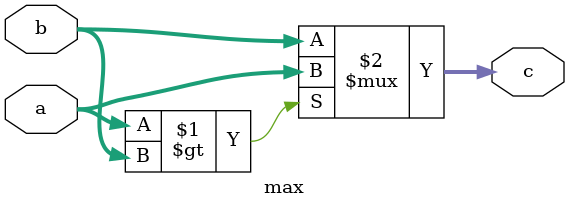
<source format=v>
module max(input[31:0] a, input[31:0] b, output[31:0] c);

   assign c=(a>b)?a:b;
endmodule

</source>
